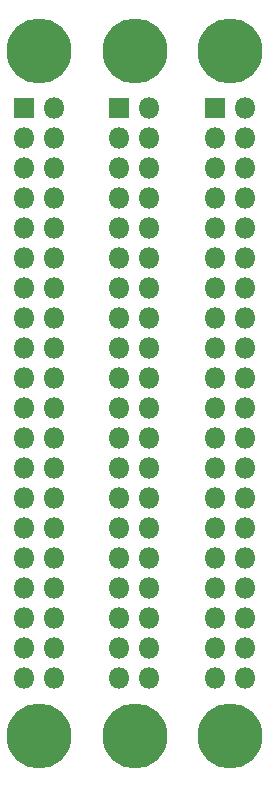
<source format=gbr>
%TF.GenerationSoftware,KiCad,Pcbnew,(5.1.6)-1*%
%TF.CreationDate,2020-06-28T00:18:02-05:00*%
%TF.ProjectId,rpi_adapter,7270695f-6164-4617-9074-65722e6b6963,rev?*%
%TF.SameCoordinates,Original*%
%TF.FileFunction,Soldermask,Bot*%
%TF.FilePolarity,Negative*%
%FSLAX46Y46*%
G04 Gerber Fmt 4.6, Leading zero omitted, Abs format (unit mm)*
G04 Created by KiCad (PCBNEW (5.1.6)-1) date 2020-06-28 00:18:02*
%MOMM*%
%LPD*%
G01*
G04 APERTURE LIST*
%ADD10C,0.900000*%
%ADD11C,5.500000*%
%ADD12O,1.800000X1.800000*%
%ADD13R,1.800000X1.800000*%
G04 APERTURE END LIST*
D10*
%TO.C,H6*%
X114481891Y-122978109D03*
X113050000Y-122385000D03*
X111618109Y-122978109D03*
X111025000Y-124410000D03*
X111618109Y-125841891D03*
X113050000Y-126435000D03*
X114481891Y-125841891D03*
X115075000Y-124410000D03*
D11*
X113050000Y-124410000D03*
%TD*%
D10*
%TO.C,H5*%
X114481891Y-65018109D03*
X113050000Y-64425000D03*
X111618109Y-65018109D03*
X111025000Y-66450000D03*
X111618109Y-67881891D03*
X113050000Y-68475000D03*
X114481891Y-67881891D03*
X115075000Y-66450000D03*
D11*
X113050000Y-66450000D03*
%TD*%
D12*
%TO.C,J3*%
X114300000Y-119560000D03*
X111760000Y-119560000D03*
X114300000Y-117020000D03*
X111760000Y-117020000D03*
X114300000Y-114480000D03*
X111760000Y-114480000D03*
X114300000Y-111940000D03*
X111760000Y-111940000D03*
X114300000Y-109400000D03*
X111760000Y-109400000D03*
X114300000Y-106860000D03*
X111760000Y-106860000D03*
X114300000Y-104320000D03*
X111760000Y-104320000D03*
X114300000Y-101780000D03*
X111760000Y-101780000D03*
X114300000Y-99240000D03*
X111760000Y-99240000D03*
X114300000Y-96700000D03*
X111760000Y-96700000D03*
X114300000Y-94160000D03*
X111760000Y-94160000D03*
X114300000Y-91620000D03*
X111760000Y-91620000D03*
X114300000Y-89080000D03*
X111760000Y-89080000D03*
X114300000Y-86540000D03*
X111760000Y-86540000D03*
X114300000Y-84000000D03*
X111760000Y-84000000D03*
X114300000Y-81460000D03*
X111760000Y-81460000D03*
X114300000Y-78920000D03*
X111760000Y-78920000D03*
X114300000Y-76380000D03*
X111760000Y-76380000D03*
X114300000Y-73840000D03*
X111760000Y-73840000D03*
X114300000Y-71300000D03*
D13*
X111760000Y-71300000D03*
%TD*%
D10*
%TO.C,H4*%
X106381891Y-122978109D03*
X104950000Y-122385000D03*
X103518109Y-122978109D03*
X102925000Y-124410000D03*
X103518109Y-125841891D03*
X104950000Y-126435000D03*
X106381891Y-125841891D03*
X106975000Y-124410000D03*
D11*
X104950000Y-124410000D03*
%TD*%
D10*
%TO.C,H3*%
X106381891Y-65018109D03*
X104950000Y-64425000D03*
X103518109Y-65018109D03*
X102925000Y-66450000D03*
X103518109Y-67881891D03*
X104950000Y-68475000D03*
X106381891Y-67881891D03*
X106975000Y-66450000D03*
D11*
X104950000Y-66450000D03*
%TD*%
D10*
%TO.C,H2*%
X98281891Y-122978109D03*
X96850000Y-122385000D03*
X95418109Y-122978109D03*
X94825000Y-124410000D03*
X95418109Y-125841891D03*
X96850000Y-126435000D03*
X98281891Y-125841891D03*
X98875000Y-124410000D03*
D11*
X96850000Y-124410000D03*
%TD*%
D10*
%TO.C,H1*%
X98281891Y-65018109D03*
X96850000Y-64425000D03*
X95418109Y-65018109D03*
X94825000Y-66450000D03*
X95418109Y-67881891D03*
X96850000Y-68475000D03*
X98281891Y-67881891D03*
X98875000Y-66450000D03*
D11*
X96850000Y-66450000D03*
%TD*%
D13*
%TO.C,J2*%
X103660000Y-71300000D03*
D12*
X106200000Y-71300000D03*
X103660000Y-73840000D03*
X106200000Y-73840000D03*
X103660000Y-76380000D03*
X106200000Y-76380000D03*
X103660000Y-78920000D03*
X106200000Y-78920000D03*
X103660000Y-81460000D03*
X106200000Y-81460000D03*
X103660000Y-84000000D03*
X106200000Y-84000000D03*
X103660000Y-86540000D03*
X106200000Y-86540000D03*
X103660000Y-89080000D03*
X106200000Y-89080000D03*
X103660000Y-91620000D03*
X106200000Y-91620000D03*
X103660000Y-94160000D03*
X106200000Y-94160000D03*
X103660000Y-96700000D03*
X106200000Y-96700000D03*
X103660000Y-99240000D03*
X106200000Y-99240000D03*
X103660000Y-101780000D03*
X106200000Y-101780000D03*
X103660000Y-104320000D03*
X106200000Y-104320000D03*
X103660000Y-106860000D03*
X106200000Y-106860000D03*
X103660000Y-109400000D03*
X106200000Y-109400000D03*
X103660000Y-111940000D03*
X106200000Y-111940000D03*
X103660000Y-114480000D03*
X106200000Y-114480000D03*
X103660000Y-117020000D03*
X106200000Y-117020000D03*
X103660000Y-119560000D03*
X106200000Y-119560000D03*
%TD*%
%TO.C,J1*%
X98100000Y-119560000D03*
X95560000Y-119560000D03*
X98100000Y-117020000D03*
X95560000Y-117020000D03*
X98100000Y-114480000D03*
X95560000Y-114480000D03*
X98100000Y-111940000D03*
X95560000Y-111940000D03*
X98100000Y-109400000D03*
X95560000Y-109400000D03*
X98100000Y-106860000D03*
X95560000Y-106860000D03*
X98100000Y-104320000D03*
X95560000Y-104320000D03*
X98100000Y-101780000D03*
X95560000Y-101780000D03*
X98100000Y-99240000D03*
X95560000Y-99240000D03*
X98100000Y-96700000D03*
X95560000Y-96700000D03*
X98100000Y-94160000D03*
X95560000Y-94160000D03*
X98100000Y-91620000D03*
X95560000Y-91620000D03*
X98100000Y-89080000D03*
X95560000Y-89080000D03*
X98100000Y-86540000D03*
X95560000Y-86540000D03*
X98100000Y-84000000D03*
X95560000Y-84000000D03*
X98100000Y-81460000D03*
X95560000Y-81460000D03*
X98100000Y-78920000D03*
X95560000Y-78920000D03*
X98100000Y-76380000D03*
X95560000Y-76380000D03*
X98100000Y-73840000D03*
X95560000Y-73840000D03*
X98100000Y-71300000D03*
D13*
X95560000Y-71300000D03*
%TD*%
M02*

</source>
